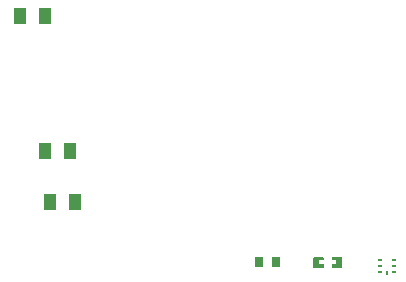
<source format=gtp>
G04 Layer: TopPasteMaskLayer*
G04 EasyEDA v6.5.50, 2025-06-19 10:13:18*
G04 a84239dc67104c4f9253a13bb71c2901,cfac02f6325b4f3d8a51e7031594ce25,10*
G04 Gerber Generator version 0.2*
G04 Scale: 100 percent, Rotated: No, Reflected: No *
G04 Dimensions in millimeters *
G04 leading zeros omitted , absolute positions ,4 integer and 5 decimal *
%FSLAX45Y45*%
%MOMM*%

%AMMACRO1*21,1,$1,$2,0,0,$3*%
%ADD10R,0.8000X0.9000*%
%ADD11MACRO1,1X1.3995X0.0000*%
%ADD12R,1.0000X1.3995*%
%ADD13R,0.4000X0.2200*%
%ADD14R,0.2200X0.4000*%
%ADD15R,0.4000X0.2800*%
%ADD16R,0.0179X0.2800*%

%LPD*%
G36*
X6071108Y1378508D02*
G01*
X6066129Y1373479D01*
X6066129Y1350721D01*
X6103112Y1350721D01*
X6103112Y1317701D01*
X6066129Y1317701D01*
X6066129Y1293520D01*
X6071108Y1288491D01*
X6151118Y1288491D01*
X6156096Y1293520D01*
X6156096Y1373479D01*
X6151118Y1378508D01*
G37*
G36*
X5912104Y1378508D02*
G01*
X5907125Y1373479D01*
X5907125Y1293520D01*
X5912104Y1288491D01*
X5992114Y1288491D01*
X5997092Y1293520D01*
X5997092Y1316278D01*
X5960110Y1316278D01*
X5960110Y1349298D01*
X5997092Y1349298D01*
X5997092Y1373479D01*
X5992114Y1378508D01*
G37*
D10*
G01*
X5594095Y1333500D03*
G01*
X5454091Y1333500D03*
D11*
G01*
X3679570Y1841500D03*
D12*
G01*
X3889629Y1841500D03*
D11*
G01*
X3641470Y2273300D03*
D12*
G01*
X3851529Y2273300D03*
D11*
G01*
X3425570Y3416300D03*
D12*
G01*
X3635629Y3416300D03*
D13*
G01*
X6594449Y1354099D03*
G01*
X6594449Y1304112D03*
G01*
X6594449Y1254099D03*
D14*
G01*
X6534454Y1244117D03*
D13*
G01*
X6474459Y1254125D03*
G01*
X6474459Y1304112D03*
D15*
G01*
X6474459Y1354099D03*
M02*

</source>
